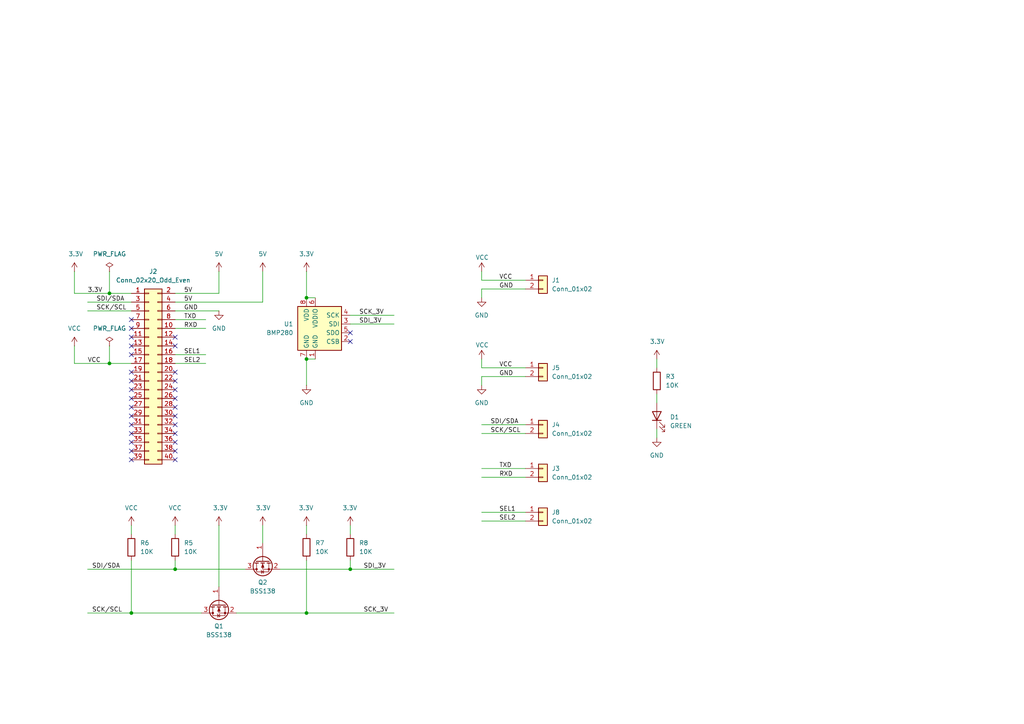
<source format=kicad_sch>
(kicad_sch (version 20231120) (generator "eeschema") (generator_version "8.0")
  (paper "A4")
  (lib_symbols
    (symbol "Connector_Generic:Conn_01x02" (pin_names (offset 1.016) hide)
      (property "Reference" "J" (at 0 2.54 0))
      (property "Value" "Conn_01x02" (at 0 -5.08 0))
      (symbol "Conn_01x02_1_1"
        (rectangle (start -1.27 -2.413) (end 0 -2.667) (stroke (width 0.1524)))
        (rectangle (start -1.27 0.127) (end 0 -0.127) (stroke (width 0.1524)))
        (rectangle (start -1.27 1.27) (end 1.27 -3.81) (stroke (width 0.254)) (fill (type background)))
        (pin passive line (at -5.08 0 0) (length 3.81) (name "Pin_1") (number "1"))
        (pin passive line (at -5.08 -2.54 0) (length 3.81) (name "Pin_2") (number "2"))
      )
    )
    (symbol "Connector_Generic:Conn_02x20_Odd_Even" (pin_names (offset 1.016) hide)
      (property "Reference" "J" (at 1.27 25.4 0))
      (property "Value" "Conn_02x20_Odd_Even" (at 1.27 -27.94 0))
      (symbol "Conn_02x20_Odd_Even_1_1"
        (rectangle (start -1.27 -25.273) (end 0 -25.527) (stroke (width 0.1524)))
        (rectangle (start -1.27 -22.733) (end 0 -22.987) (stroke (width 0.1524)))
        (rectangle (start -1.27 -20.193) (end 0 -20.447) (stroke (width 0.1524)))
        (rectangle (start -1.27 -17.653) (end 0 -17.907) (stroke (width 0.1524)))
        (rectangle (start -1.27 -15.113) (end 0 -15.367) (stroke (width 0.1524)))
        (rectangle (start -1.27 -12.573) (end 0 -12.827) (stroke (width 0.1524)))
        (rectangle (start -1.27 -10.033) (end 0 -10.287) (stroke (width 0.1524)))
        (rectangle (start -1.27 -7.493) (end 0 -7.747) (stroke (width 0.1524)))
        (rectangle (start -1.27 -4.953) (end 0 -5.207) (stroke (width 0.1524)))
        (rectangle (start -1.27 -2.413) (end 0 -2.667) (stroke (width 0.1524)))
        (rectangle (start -1.27 0.127) (end 0 -0.127) (stroke (width 0.1524)))
        (rectangle (start -1.27 2.667) (end 0 2.413) (stroke (width 0.1524)))
        (rectangle (start -1.27 5.207) (end 0 4.953) (stroke (width 0.1524)))
        (rectangle (start -1.27 7.747) (end 0 7.493) (stroke (width 0.1524)))
        (rectangle (start -1.27 10.287) (end 0 10.033) (stroke (width 0.1524)))
        (rectangle (start -1.27 12.827) (end 0 12.573) (stroke (width 0.1524)))
        (rectangle (start -1.27 15.367) (end 0 15.113) (stroke (width 0.1524)))
        (rectangle (start -1.27 17.907) (end 0 17.653) (stroke (width 0.1524)))
        (rectangle (start -1.27 20.447) (end 0 20.193) (stroke (width 0.1524)))
        (rectangle (start -1.27 22.987) (end 0 22.733) (stroke (width 0.1524)))
        (rectangle (start -1.27 24.13) (end 3.81 -26.67) (stroke (width 0.254)) (fill (type background)))
        (rectangle (start 3.81 -25.273) (end 2.54 -25.527) (stroke (width 0.1524)))
        (rectangle (start 3.81 -22.733) (end 2.54 -22.987) (stroke (width 0.1524)))
        (rectangle (start 3.81 -20.193) (end 2.54 -20.447) (stroke (width 0.1524)))
        (rectangle (start 3.81 -17.653) (end 2.54 -17.907) (stroke (width 0.1524)))
        (rectangle (start 3.81 -15.113) (end 2.54 -15.367) (stroke (width 0.1524)))
        (rectangle (start 3.81 -12.573) (end 2.54 -12.827) (stroke (width 0.1524)))
        (rectangle (start 3.81 -10.033) (end 2.54 -10.287) (stroke (width 0.1524)))
        (rectangle (start 3.81 -7.493) (end 2.54 -7.747) (stroke (width 0.1524)))
        (rectangle (start 3.81 -4.953) (end 2.54 -5.207) (stroke (width 0.1524)))
        (rectangle (start 3.81 -2.413) (end 2.54 -2.667) (stroke (width 0.1524)))
        (rectangle (start 3.81 0.127) (end 2.54 -0.127) (stroke (width 0.1524)))
        (rectangle (start 3.81 2.667) (end 2.54 2.413) (stroke (width 0.1524)))
        (rectangle (start 3.81 5.207) (end 2.54 4.953) (stroke (width 0.1524)))
        (rectangle (start 3.81 7.747) (end 2.54 7.493) (stroke (width 0.1524)))
        (rectangle (start 3.81 10.287) (end 2.54 10.033) (stroke (width 0.1524)))
        (rectangle (start 3.81 12.827) (end 2.54 12.573) (stroke (width 0.1524)))
        (rectangle (start 3.81 15.367) (end 2.54 15.113) (stroke (width 0.1524)))
        (rectangle (start 3.81 17.907) (end 2.54 17.653) (stroke (width 0.1524)))
        (rectangle (start 3.81 20.447) (end 2.54 20.193) (stroke (width 0.1524)))
        (rectangle (start 3.81 22.987) (end 2.54 22.733) (stroke (width 0.1524)))
        (pin passive line (at -5.08 22.86 0) (length 3.81) (name "Pin_1") (number "1"))
        (pin passive line (at 7.62 12.7 180) (length 3.81) (name "Pin_10") (number "10"))
        (pin passive line (at -5.08 10.16 0) (length 3.81) (name "Pin_11") (number "11"))
        (pin passive line (at 7.62 10.16 180) (length 3.81) (name "Pin_12") (number "12"))
        (pin passive line (at -5.08 7.62 0) (length 3.81) (name "Pin_13") (number "13"))
        (pin passive line (at 7.62 7.62 180) (length 3.81) (name "Pin_14") (number "14"))
        (pin passive line (at -5.08 5.08 0) (length 3.81) (name "Pin_15") (number "15"))
        (pin passive line (at 7.62 5.08 180) (length 3.81) (name "Pin_16") (number "16"))
        (pin passive line (at -5.08 2.54 0) (length 3.81) (name "Pin_17") (number "17"))
        (pin passive line (at 7.62 2.54 180) (length 3.81) (name "Pin_18") (number "18"))
        (pin passive line (at -5.08 0 0) (length 3.81) (name "Pin_19") (number "19"))
        (pin passive line (at 7.62 22.86 180) (length 3.81) (name "Pin_2") (number "2"))
        (pin passive line (at 7.62 0 180) (length 3.81) (name "Pin_20") (number "20"))
        (pin passive line (at -5.08 -2.54 0) (length 3.81) (name "Pin_21") (number "21"))
        (pin passive line (at 7.62 -2.54 180) (length 3.81) (name "Pin_22") (number "22"))
        (pin passive line (at -5.08 -5.08 0) (length 3.81) (name "Pin_23") (number "23"))
        (pin passive line (at 7.62 -5.08 180) (length 3.81) (name "Pin_24") (number "24"))
        (pin passive line (at -5.08 -7.62 0) (length 3.81) (name "Pin_25") (number "25"))
        (pin passive line (at 7.62 -7.62 180) (length 3.81) (name "Pin_26") (number "26"))
        (pin passive line (at -5.08 -10.16 0) (length 3.81) (name "Pin_27") (number "27"))
        (pin passive line (at 7.62 -10.16 180) (length 3.81) (name "Pin_28") (number "28"))
        (pin passive line (at -5.08 -12.7 0) (length 3.81) (name "Pin_29") (number "29"))
        (pin passive line (at -5.08 20.32 0) (length 3.81) (name "Pin_3") (number "3"))
        (pin passive line (at 7.62 -12.7 180) (length 3.81) (name "Pin_30") (number "30"))
        (pin passive line (at -5.08 -15.24 0) (length 3.81) (name "Pin_31") (number "31"))
        (pin passive line (at 7.62 -15.24 180) (length 3.81) (name "Pin_32") (number "32"))
        (pin passive line (at -5.08 -17.78 0) (length 3.81) (name "Pin_33") (number "33"))
        (pin passive line (at 7.62 -17.78 180) (length 3.81) (name "Pin_34") (number "34"))
        (pin passive line (at -5.08 -20.32 0) (length 3.81) (name "Pin_35") (number "35"))
        (pin passive line (at 7.62 -20.32 180) (length 3.81) (name "Pin_36") (number "36"))
        (pin passive line (at -5.08 -22.86 0) (length 3.81) (name "Pin_37") (number "37"))
        (pin passive line (at 7.62 -22.86 180) (length 3.81) (name "Pin_38") (number "38"))
        (pin passive line (at -5.08 -25.4 0) (length 3.81) (name "Pin_39") (number "39"))
        (pin passive line (at 7.62 20.32 180) (length 3.81) (name "Pin_4") (number "4"))
        (pin passive line (at 7.62 -25.4 180) (length 3.81) (name "Pin_40") (number "40"))
        (pin passive line (at -5.08 17.78 0) (length 3.81) (name "Pin_5") (number "5"))
        (pin passive line (at 7.62 17.78 180) (length 3.81) (name "Pin_6") (number "6"))
        (pin passive line (at -5.08 15.24 0) (length 3.81) (name "Pin_7") (number "7"))
        (pin passive line (at 7.62 15.24 180) (length 3.81) (name "Pin_8") (number "8"))
        (pin passive line (at -5.08 12.7 0) (length 3.81) (name "Pin_9") (number "9"))
      )
    )
    (symbol "Device:LED" (pin_numbers hide) (pin_names (offset 1.016) hide)
      (property "Reference" "D" (at 0 2.54 0))
      (property "Value" "LED" (at 0 -2.54 0))
      (symbol "LED_0_1"
        (polyline (pts (xy -1.27 -1.27) (xy -1.27 1.27)) (stroke (width 0.254)))
        (polyline (pts (xy -1.27 0) (xy 1.27 0)))
        (polyline (pts (xy 1.27 -1.27) (xy 1.27 1.27) (xy -1.27 0) (xy 1.27 -1.27)) (stroke (width 0.254)))
        (polyline (pts (xy -3.048 -0.762) (xy -4.572 -2.286) (xy -3.81 -2.286) (xy -4.572 -2.286) (xy -4.572 -1.524)))
        (polyline (pts (xy -1.778 -0.762) (xy -3.302 -2.286) (xy -2.54 -2.286) (xy -3.302 -2.286) (xy -3.302 -1.524)))
      )
      (symbol "LED_1_1"
        (pin passive line (at -3.81 0 0) (length 2.54) (name "K") (number "1"))
        (pin passive line (at 3.81 0 180) (length 2.54) (name "A") (number "2"))
      )
    )
    (symbol "Device:R" (pin_numbers hide) (pin_names (offset 0))
      (property "Reference" "R" (at 2.032 0 90))
      (property "Value" "R" (at 0 0 90))
      (symbol "R_0_1"
        (rectangle (start -1.016 -2.54) (end 1.016 2.54) (stroke (width 0.254)))
      )
      (symbol "R_1_1"
        (pin passive line (at 0 3.81 270) (length 1.27) (name "~") (number "1"))
        (pin passive line (at 0 -3.81 90) (length 1.27) (name "~") (number "2"))
      )
    )
    (symbol "Sensor_Pressure:BMP280"
      (property "Reference" "U" (at -7.62 10.16 0))
      (property "Value" "BMP280" (at 5.08 10.16 0))
      (symbol "BMP280_0_1"
        (rectangle (start -7.62 -5.08) (end 5.08 7.62) (stroke (width 0.254)) (fill (type background)))
      )
      (symbol "BMP280_1_1"
        (pin power_in line (at 0 -7.62 90) (length 2.54) (name "GND") (number "1"))
        (pin input line (at -10.16 -2.54 0) (length 2.54) (name "CSB") (number "2"))
        (pin bidirectional line (at -10.16 2.54 0) (length 2.54) (name "SDI") (number "3"))
        (pin input line (at -10.16 5.08 0) (length 2.54) (name "SCK") (number "4"))
        (pin bidirectional line (at -10.16 0 0) (length 2.54) (name "SDO") (number "5"))
        (pin power_in line (at 0 10.16 270) (length 2.54) (name "VDDIO") (number "6"))
        (pin power_in line (at 2.54 -7.62 90) (length 2.54) (name "GND") (number "7"))
        (pin power_in line (at 2.54 10.16 270) (length 2.54) (name "VDD") (number "8"))
      )
    )
    (symbol "Transistor_FET:BSS138" (pin_names hide)
      (property "Reference" "Q" (at 5.08 1.905 0))
      (property "Value" "BSS138" (at 5.08 0 0))
      (symbol "BSS138_0_1"
        (polyline (pts (xy 0.254 0) (xy -2.54 0)))
        (polyline (pts (xy 0.254 1.905) (xy 0.254 -1.905)) (stroke (width 0.254)))
        (polyline (pts (xy 0.762 -1.27) (xy 0.762 -2.286)) (stroke (width 0.254)))
        (polyline (pts (xy 0.762 0.508) (xy 0.762 -0.508)) (stroke (width 0.254)))
        (polyline (pts (xy 0.762 2.286) (xy 0.762 1.27)) (stroke (width 0.254)))
        (polyline (pts (xy 2.54 2.54) (xy 2.54 1.778)))
        (polyline (pts (xy 2.54 -2.54) (xy 2.54 0) (xy 0.762 0)))
        (polyline (pts (xy 0.762 -1.778) (xy 3.302 -1.778) (xy 3.302 1.778) (xy 0.762 1.778)))
        (polyline (pts (xy 1.016 0) (xy 2.032 0.381) (xy 2.032 -0.381) (xy 1.016 0)) (fill (type outline)))
        (polyline (pts (xy 2.794 0.508) (xy 2.921 0.381) (xy 3.683 0.381) (xy 3.81 0.254)))
        (polyline (pts (xy 3.302 0.381) (xy 2.921 -0.254) (xy 3.683 -0.254) (xy 3.302 0.381)))
        (circle (center 1.651 0) (radius 2.794) (stroke (width 0.254)))
        (circle (center 2.54 -1.778) (radius 0.254) (fill (type outline)))
        (circle (center 2.54 1.778) (radius 0.254) (fill (type outline)))
      )
      (symbol "BSS138_1_1"
        (pin input line (at -5.08 0 0) (length 2.54) (name "G") (number "1"))
        (pin passive line (at 2.54 -5.08 90) (length 2.54) (name "S") (number "2"))
        (pin passive line (at 2.54 5.08 270) (length 2.54) (name "D") (number "3"))
      )
    )
    (symbol "power:GND" (power) (pin_numbers hide) (pin_names (offset 0) hide)
      (property "Value" "GND" (at 0 -3.81 0))
      (symbol "GND_0_1"
        (polyline (pts (xy 0 0) (xy 0 -1.27) (xy 1.27 -1.27) (xy 0 -2.54) (xy -1.27 -1.27) (xy 0 -1.27)))
      )
      (symbol "GND_1_1"
        (pin power_in line (at 0 0 270) (length 0) (name "~") (number "1"))
      )
    )
    (symbol "power:PWR_FLAG" (power) (pin_numbers hide) (pin_names (offset 0) hide)
      (property "Value" "PWR_FLAG" (at 0 3.81 0))
      (symbol "PWR_FLAG_0_0"
        (pin power_out line (at 0 0 90) (length 0) (name "~") (number "1"))
      )
      (symbol "PWR_FLAG_0_1"
        (polyline (pts (xy 0 0) (xy 0 1.27) (xy -1.016 1.905) (xy 0 2.54) (xy 1.016 1.905) (xy 0 1.27)))
      )
    )
    (symbol "power:VDD" (power) (pin_numbers hide) (pin_names (offset 0) hide)
      (property "Value" "VDD" (at 0 3.556 0))
      (symbol "VDD_0_1"
        (polyline (pts (xy -0.762 1.27) (xy 0 2.54)))
        (polyline (pts (xy 0 0) (xy 0 2.54)))
        (polyline (pts (xy 0 2.54) (xy 0.762 1.27)))
      )
      (symbol "VDD_1_1"
        (pin power_in line (at 0 0 90) (length 0) (name "~") (number "1"))
      )
    )
  )
  (junction (at 88.9 104.14))
  (junction (at 38.1 177.8))
  (junction (at 31.75 105.41))
  (junction (at 31.75 85.09))
  (junction (at 88.9 86.36))
  (junction (at 88.9 177.8))
  (junction (at 50.8 165.1))
  (junction (at 101.6 165.1))
  (no_connect (at 38.1 125.73))
  (no_connect (at 50.8 100.33))
  (no_connect (at 38.1 95.25))
  (no_connect (at 38.1 118.11))
  (no_connect (at 38.1 110.49))
  (no_connect (at 50.8 130.81))
  (no_connect (at 50.8 128.27))
  (no_connect (at 38.1 120.65))
  (no_connect (at 50.8 107.95))
  (no_connect (at 38.1 123.19))
  (no_connect (at 38.1 100.33))
  (no_connect (at 50.8 123.19))
  (no_connect (at 50.8 97.79))
  (no_connect (at 38.1 130.81))
  (no_connect (at 38.1 92.71))
  (no_connect (at 50.8 125.73))
  (no_connect (at 50.8 120.65))
  (no_connect (at 38.1 128.27))
  (no_connect (at 50.8 115.57))
  (no_connect (at 38.1 97.79))
  (no_connect (at 50.8 133.35))
  (no_connect (at 38.1 113.03))
  (no_connect (at 101.6 99.06))
  (no_connect (at 50.8 110.49))
  (no_connect (at 38.1 102.87))
  (no_connect (at 38.1 133.35))
  (no_connect (at 101.6 96.52))
  (no_connect (at 50.8 113.03))
  (no_connect (at 38.1 107.95))
  (no_connect (at 38.1 115.57))
  (no_connect (at 50.8 118.11))
  (wire (pts (xy 50.8 105.41) (xy 59.69 105.41)))
  (wire (pts (xy 21.59 105.41) (xy 31.75 105.41)))
  (wire (pts (xy 31.75 100.33) (xy 31.75 105.41)))
  (wire (pts (xy 139.7 109.22) (xy 152.4 109.22)))
  (wire (pts (xy 38.1 177.8) (xy 38.1 162.56)))
  (wire (pts (xy 88.9 104.14) (xy 88.9 111.76)))
  (wire (pts (xy 139.7 106.68) (xy 152.4 106.68)))
  (wire (pts (xy 139.7 83.82) (xy 139.7 86.36)))
  (wire (pts (xy 139.7 123.19) (xy 152.4 123.19)))
  (wire (pts (xy 139.7 151.13) (xy 152.4 151.13)))
  (wire (pts (xy 58.42 177.8) (xy 38.1 177.8)))
  (wire (pts (xy 101.6 93.98) (xy 114.3 93.98)))
  (wire (pts (xy 101.6 91.44) (xy 114.3 91.44)))
  (wire (pts (xy 21.59 85.09) (xy 31.75 85.09)))
  (wire (pts (xy 50.8 95.25) (xy 59.69 95.25)))
  (wire (pts (xy 63.5 152.4) (xy 63.5 170.18)))
  (wire (pts (xy 50.8 87.63) (xy 76.2 87.63)))
  (wire (pts (xy 88.9 152.4) (xy 88.9 154.94)))
  (wire (pts (xy 101.6 165.1) (xy 101.6 162.56)))
  (wire (pts (xy 25.4 90.17) (xy 38.1 90.17)))
  (wire (pts (xy 88.9 86.36) (xy 91.44 86.36)))
  (wire (pts (xy 139.7 148.59) (xy 152.4 148.59)))
  (wire (pts (xy 50.8 85.09) (xy 63.5 85.09)))
  (wire (pts (xy 25.4 87.63) (xy 38.1 87.63)))
  (wire (pts (xy 76.2 152.4) (xy 76.2 157.48)))
  (wire (pts (xy 88.9 78.74) (xy 88.9 86.36)))
  (wire (pts (xy 50.8 102.87) (xy 59.69 102.87)))
  (wire (pts (xy 25.4 165.1) (xy 50.8 165.1)))
  (wire (pts (xy 31.75 85.09) (xy 38.1 85.09)))
  (wire (pts (xy 101.6 165.1) (xy 114.3 165.1)))
  (wire (pts (xy 101.6 152.4) (xy 101.6 154.94)))
  (wire (pts (xy 139.7 138.43) (xy 152.4 138.43)))
  (wire (pts (xy 50.8 90.17) (xy 63.5 90.17)))
  (wire (pts (xy 63.5 85.09) (xy 63.5 78.74)))
  (wire (pts (xy 139.7 125.73) (xy 152.4 125.73)))
  (wire (pts (xy 31.75 78.74) (xy 31.75 85.09)))
  (wire (pts (xy 21.59 100.33) (xy 21.59 105.41)))
  (wire (pts (xy 139.7 109.22) (xy 139.7 111.76)))
  (wire (pts (xy 68.58 177.8) (xy 88.9 177.8)))
  (wire (pts (xy 139.7 104.14) (xy 139.7 106.68)))
  (wire (pts (xy 25.4 177.8) (xy 38.1 177.8)))
  (wire (pts (xy 50.8 165.1) (xy 50.8 162.56)))
  (wire (pts (xy 76.2 87.63) (xy 76.2 78.74)))
  (wire (pts (xy 139.7 83.82) (xy 152.4 83.82)))
  (wire (pts (xy 190.5 114.3) (xy 190.5 116.84)))
  (wire (pts (xy 71.12 165.1) (xy 50.8 165.1)))
  (wire (pts (xy 190.5 104.14) (xy 190.5 106.68)))
  (wire (pts (xy 50.8 92.71) (xy 59.69 92.71)))
  (wire (pts (xy 31.75 105.41) (xy 38.1 105.41)))
  (wire (pts (xy 81.28 165.1) (xy 101.6 165.1)))
  (wire (pts (xy 190.5 124.46) (xy 190.5 127)))
  (wire (pts (xy 139.7 81.28) (xy 152.4 81.28)))
  (wire (pts (xy 88.9 177.8) (xy 114.3 177.8)))
  (wire (pts (xy 50.8 152.4) (xy 50.8 154.94)))
  (wire (pts (xy 139.7 135.89) (xy 152.4 135.89)))
  (wire (pts (xy 88.9 177.8) (xy 88.9 162.56)))
  (wire (pts (xy 38.1 152.4) (xy 38.1 154.94)))
  (wire (pts (xy 21.59 85.09) (xy 21.59 78.74)))
  (wire (pts (xy 139.7 78.74) (xy 139.7 81.28)))
  (wire (pts (xy 88.9 104.14) (xy 91.44 104.14)))
  (label "5V" (at 53.34 85.09 0))
  (label "SCK{slash}SCL" (at 27.94 90.17 0))
  (label "5V" (at 53.34 87.63 0))
  (label "SEL2" (at 53.34 105.41 0))
  (label "SEL1" (at 144.78 148.59 0))
  (label "SCK{slash}SCL" (at 26.67 177.8 0))
  (label "SCK_3V" (at 105.41 177.8 0))
  (label "SCK_3V" (at 104.14 91.44 0))
  (label "SDI{slash}SDA" (at 142.24 123.19 0))
  (label "RXD" (at 144.78 138.43 0))
  (label "SEL2" (at 144.78 151.13 0))
  (label "SDI_3V" (at 105.41 165.1 0))
  (label "SEL1" (at 53.34 102.87 0))
  (label "GND" (at 53.34 90.17 0))
  (label "3.3V" (at 25.4 85.09 0))
  (label "SCK{slash}SCL" (at 142.24 125.73 0))
  (label "VCC" (at 144.78 106.68 0))
  (label "RXD" (at 53.34 95.25 0))
  (label "VCC" (at 25.4 105.41 0))
  (label "TXD" (at 144.78 135.89 0))
  (label "GND" (at 144.78 83.82 0))
  (label "SDI{slash}SDA" (at 26.67 165.1 0))
  (label "SDI_3V" (at 104.14 93.98 0))
  (label "TXD" (at 53.34 92.71 0))
  (label "VCC" (at 144.78 81.28 0))
  (label "SDI{slash}SDA" (at 27.94 87.63 0))
  (label "GND" (at 144.78 109.22 0))
  (symbol (lib_id "power:VDD") (at 50.8 152.4 0) (unit 1)
    (property "Reference" "#PWR015" (effects (hide yes)))
    (property "Value" "VCC" (at 50.8 147.32 0))
    (property "Description" "Power symbol creates a global label with name \"VDD\"" (effects (hide yes)))
  )
  (symbol (lib_id "power:GND") (at 190.5 127 0) (unit 1)
    (property "Reference" "#PWR09" (effects (hide yes)))
    (property "Value" "GND" (at 190.5 132.08 0))
    (property "Description" "Power symbol creates a global label with name \"GND\" , ground" (effects (hide yes)))
  )
  (symbol (lib_id "power:VDD") (at 190.5 104.14 0) (unit 1)
    (property "Reference" "#PWR08" (effects (hide yes)))
    (property "Value" "3.3V" (at 188.468 99.06 0) (effects (justify left)))
    (property "Description" "Power symbol creates a global label with name \"VDD\"" (effects (hide yes)))
  )
  (symbol (lib_id "power:VDD") (at 21.59 100.33 0) (unit 1)
    (property "Reference" "#PWR06" (effects (hide yes)))
    (property "Value" "VCC" (at 21.59 95.25 0))
    (property "Description" "Power symbol creates a global label with name \"VDD\"" (effects (hide yes)))
  )
  (symbol (lib_id "power:VDD") (at 139.7 104.14 0) (unit 1)
    (property "Reference" "#PWR010" (effects (hide yes)))
    (property "Value" "VCC" (at 137.922 100.076 0) (effects (justify left)))
    (property "Description" "Power symbol creates a global label with name \"VDD\"" (effects (hide yes)))
  )
  (symbol (lib_id "power:VDD") (at 76.2 78.74 0) (unit 1)
    (property "Reference" "#PWR017" (effects (hide yes)))
    (property "Value" "5V" (at 74.93 73.66 0) (effects (justify left)))
    (property "Description" "Power symbol creates a global label with name \"VDD\"" (effects (hide yes)))
  )
  (symbol (lib_id "power:GND") (at 88.9 111.76 0) (unit 1)
    (property "Reference" "#PWR04" (effects (hide yes)))
    (property "Value" "GND" (at 88.9 116.84 0))
    (property "Description" "Power symbol creates a global label with name \"GND\" , ground" (effects (hide yes)))
  )
  (symbol (lib_id "power:PWR_FLAG") (at 31.75 78.74 0) (unit 1)
    (property "Reference" "#FLG02" (effects (hide yes)))
    (property "Value" "PWR_FLAG" (at 31.75 73.66 0))
    (property "Description" "Special symbol for telling ERC where power comes from" (effects (hide yes)))
  )
  (symbol (lib_id "power:VDD") (at 88.9 78.74 0) (unit 1)
    (property "Reference" "#PWR03" (effects (hide yes)))
    (property "Value" "3.3V" (at 88.9 73.66 0))
    (property "Description" "Power symbol creates a global label with name \"VDD\"" (effects (hide yes)))
  )
  (symbol (lib_id "Connector_Generic:Conn_02x20_Odd_Even") (at 43.18 107.95 0) (unit 1)
    (property "Reference" "J2" (at 44.45 78.74 0))
    (property "Value" "Conn_02x20_Odd_Even" (at 44.45 81.28 0))
    (property "Footprint" "Connector_PinSocket_2.54mm:PinSocket_2x20_P2.54mm_Vertical" (effects (hide yes)))
    (property "Description" "Generic connector, double row, 02x20, odd/even pin numbering scheme (row 1 odd numbers, row 2 even numbers), script generated (kicad-library-utils/schlib/autogen/connector/)" (effects (hide yes)))
  )
  (symbol (lib_id "power:GND") (at 139.7 86.36 0) (unit 1)
    (property "Reference" "#PWR034" (effects (hide yes)))
    (property "Value" "GND" (at 139.7 91.44 0))
    (property "Description" "Power symbol creates a global label with name \"GND\" , ground" (effects (hide yes)))
  )
  (symbol (lib_id "power:VDD") (at 139.7 78.74 0) (unit 1)
    (property "Reference" "#PWR033" (effects (hide yes)))
    (property "Value" "VCC" (at 137.922 74.676 0) (effects (justify left)))
    (property "Description" "Power symbol creates a global label with name \"VDD\"" (effects (hide yes)))
  )
  (symbol (lib_id "Connector_Generic:Conn_01x02") (at 157.48 135.89 0) (unit 1)
    (property "Reference" "J3" (at 160.02 135.8899 0) (effects (justify left)))
    (property "Value" "Conn_01x02" (at 160.02 138.4299 0) (effects (justify left)))
    (property "Footprint" "Connector_JST:JST_EH_B2B-EH-A_1x02_P2.50mm_Vertical" (effects (hide yes)))
    (property "Description" "Generic connector, single row, 01x02, script generated (kicad-library-utils/schlib/autogen/connector/)" (effects (hide yes)))
  )
  (symbol (lib_id "power:VDD") (at 38.1 152.4 0) (unit 1)
    (property "Reference" "#PWR016" (effects (hide yes)))
    (property "Value" "VCC" (at 38.1 147.32 0))
    (property "Description" "Power symbol creates a global label with name \"VDD\"" (effects (hide yes)))
  )
  (symbol (lib_id "Connector_Generic:Conn_01x02") (at 157.48 123.19 0) (unit 1)
    (property "Reference" "J4" (at 160.02 123.1899 0) (effects (justify left)))
    (property "Value" "Conn_01x02" (at 160.02 125.7299 0) (effects (justify left)))
    (property "Footprint" "Connector_JST:JST_EH_B2B-EH-A_1x02_P2.50mm_Vertical" (effects (hide yes)))
    (property "Description" "Generic connector, single row, 01x02, script generated (kicad-library-utils/schlib/autogen/connector/)" (effects (hide yes)))
  )
  (symbol (lib_id "power:VDD") (at 88.9 152.4 0) (unit 1)
    (property "Reference" "#PWR013" (effects (hide yes)))
    (property "Value" "3.3V" (at 86.614 147.32 0) (effects (justify left)))
    (property "Description" "Power symbol creates a global label with name \"VDD\"" (effects (hide yes)))
  )
  (symbol (lib_id "power:GND") (at 63.5 90.17 0) (unit 1)
    (property "Reference" "#PWR05" (effects (hide yes)))
    (property "Value" "GND" (at 63.5 95.25 0))
    (property "Description" "Power symbol creates a global label with name \"GND\" , ground" (effects (hide yes)))
  )
  (symbol (lib_id "Device:R") (at 190.5 110.49 0) (unit 1)
    (property "Reference" "R3" (at 193.04 109.2199 0) (effects (justify left)))
    (property "Value" "10K" (at 193.04 111.7599 0) (effects (justify left)))
    (property "Footprint" "Resistor_SMD:R_0201_0603Metric" (effects (hide yes)))
    (property "Description" "Resistor" (effects (hide yes)))
  )
  (symbol (lib_id "Connector_Generic:Conn_01x02") (at 157.48 81.28 0) (unit 1)
    (property "Reference" "J1" (at 160.02 81.2799 0) (effects (justify left)))
    (property "Value" "Conn_01x02" (at 160.02 83.8199 0) (effects (justify left)))
    (property "Footprint" "Connector_JST:JST_EH_B2B-EH-A_1x02_P2.50mm_Vertical" (effects (hide yes)))
    (property "Description" "Generic connector, single row, 01x02, script generated (kicad-library-utils/schlib/autogen/connector/)" (effects (hide yes)))
  )
  (symbol (lib_id "Device:R") (at 38.1 158.75 0) (unit 1)
    (property "Reference" "R6" (at 40.64 157.4799 0) (effects (justify left)))
    (property "Value" "10K" (at 40.64 160.0199 0) (effects (justify left)))
    (property "Footprint" "Resistor_SMD:R_0201_0603Metric" (effects (hide yes)))
    (property "Description" "Resistor" (effects (hide yes)))
  )
  (symbol (lib_id "power:GND") (at 139.7 111.76 0) (unit 1)
    (property "Reference" "#PWR019" (effects (hide yes)))
    (property "Value" "GND" (at 139.7 116.84 0))
    (property "Description" "Power symbol creates a global label with name \"GND\" , ground" (effects (hide yes)))
  )
  (symbol (lib_id "Device:LED") (at 190.5 120.65 90) (unit 1)
    (property "Reference" "D1" (at 194.31 120.9674 90) (effects (justify right)))
    (property "Value" "GREEN" (at 194.31 123.5074 90) (effects (justify right)))
    (property "Footprint" "LED_SMD:LED_0805_2012Metric" (effects (hide yes)))
    (property "Description" "Light emitting diode" (effects (hide yes)))
  )
  (symbol (lib_id "Transistor_FET:BSS138") (at 76.2 162.56 90) (mirror x) (unit 1)
    (property "Reference" "Q2" (at 76.2 168.91 90))
    (property "Value" "BSS138" (at 76.2 171.45 90))
    (property "Footprint" "Package_TO_SOT_SMD:SOT-23" (effects (hide yes)))
    (property "Datasheet" "https://www.onsemi.com/pub/Collateral/BSS138-D.PDF" (effects (hide yes)))
    (property "Description" "50V Vds, 0.22A Id, N-Channel MOSFET, SOT-23" (effects (hide yes)))
  )
  (symbol (lib_id "Device:R") (at 50.8 158.75 0) (unit 1)
    (property "Reference" "R5" (at 53.34 157.4799 0) (effects (justify left)))
    (property "Value" "10K" (at 53.34 160.0199 0) (effects (justify left)))
    (property "Footprint" "Resistor_SMD:R_0201_0603Metric" (effects (hide yes)))
    (property "Description" "Resistor" (effects (hide yes)))
  )
  (symbol (lib_id "power:VDD") (at 76.2 152.4 0) (unit 1)
    (property "Reference" "#PWR012" (effects (hide yes)))
    (property "Value" "3.3V" (at 74.168 147.32 0) (effects (justify left)))
    (property "Description" "Power symbol creates a global label with name \"VDD\"" (effects (hide yes)))
  )
  (symbol (lib_id "Device:R") (at 88.9 158.75 0) (unit 1)
    (property "Reference" "R7" (at 91.44 157.4799 0) (effects (justify left)))
    (property "Value" "10K" (at 91.44 160.0199 0) (effects (justify left)))
    (property "Footprint" "Resistor_SMD:R_0201_0603Metric" (effects (hide yes)))
    (property "Description" "Resistor" (effects (hide yes)))
  )
  (symbol (lib_id "Connector_Generic:Conn_01x02") (at 157.48 106.68 0) (unit 1)
    (property "Reference" "J5" (at 160.02 106.6799 0) (effects (justify left)))
    (property "Value" "Conn_01x02" (at 160.02 109.2199 0) (effects (justify left)))
    (property "Footprint" "Connector_JST:JST_EH_B2B-EH-A_1x02_P2.50mm_Vertical" (effects (hide yes)))
    (property "Description" "Generic connector, single row, 01x02, script generated (kicad-library-utils/schlib/autogen/connector/)" (effects (hide yes)))
  )
  (symbol (lib_id "power:VDD") (at 63.5 78.74 0) (unit 1)
    (property "Reference" "#PWR07" (effects (hide yes)))
    (property "Value" "5V" (at 62.23 73.66 0) (effects (justify left)))
    (property "Description" "Power symbol creates a global label with name \"VDD\"" (effects (hide yes)))
  )
  (symbol (lib_id "power:PWR_FLAG") (at 31.75 100.33 0) (unit 1)
    (property "Reference" "#FLG01" (effects (hide yes)))
    (property "Value" "PWR_FLAG" (at 31.75 95.25 0))
    (property "Description" "Special symbol for telling ERC where power comes from" (effects (hide yes)))
  )
  (symbol (lib_id "power:VDD") (at 63.5 152.4 0) (unit 1)
    (property "Reference" "#PWR011" (effects (hide yes)))
    (property "Value" "3.3V" (at 61.722 147.32 0) (effects (justify left)))
    (property "Description" "Power symbol creates a global label with name \"VDD\"" (effects (hide yes)))
  )
  (symbol (lib_id "power:VDD") (at 21.59 78.74 0) (unit 1)
    (property "Reference" "#PWR018" (effects (hide yes)))
    (property "Value" "3.3V" (at 19.812 73.66 0) (effects (justify left)))
    (property "Description" "Power symbol creates a global label with name \"VDD\"" (effects (hide yes)))
  )
  (symbol (lib_id "power:VDD") (at 101.6 152.4 0) (unit 1)
    (property "Reference" "#PWR014" (effects (hide yes)))
    (property "Value" "3.3V" (at 99.314 147.32 0) (effects (justify left)))
    (property "Description" "Power symbol creates a global label with name \"VDD\"" (effects (hide yes)))
  )
  (symbol (lib_id "Sensor_Pressure:BMP280") (at 91.44 96.52 0) (mirror y) (unit 1)
    (property "Reference" "U1" (at 85.09 93.9799 0) (effects (justify left)))
    (property "Value" "BMP280" (at 85.09 96.5199 0) (effects (justify left)))
    (property "Footprint" "Package_LGA:Bosch_LGA-8_2x2.5mm_P0.65mm_ClockwisePinNumbering" (effects (hide yes)))
    (property "Datasheet" "https://ae-bst.resource.bosch.com/media/_tech/media/datasheets/BST-BMP280-DS001.pdf" (effects (hide yes)))
    (property "Description" "Absolute Barometric Pressure Sensor, LGA-8" (effects (hide yes)))
  )
  (symbol (lib_id "Device:R") (at 101.6 158.75 0) (unit 1)
    (property "Reference" "R8" (at 104.14 157.4799 0) (effects (justify left)))
    (property "Value" "10K" (at 104.14 160.0199 0) (effects (justify left)))
    (property "Footprint" "Resistor_SMD:R_0201_0603Metric" (effects (hide yes)))
    (property "Description" "Resistor" (effects (hide yes)))
  )
  (symbol (lib_id "Connector_Generic:Conn_01x02") (at 157.48 148.59 0) (unit 1)
    (property "Reference" "J8" (at 160.02 148.5899 0) (effects (justify left)))
    (property "Value" "Conn_01x02" (at 160.02 151.1299 0) (effects (justify left)))
    (property "Footprint" "Connector_JST:JST_EH_B2B-EH-A_1x02_P2.50mm_Vertical" (effects (hide yes)))
    (property "Description" "Generic connector, single row, 01x02, script generated (kicad-library-utils/schlib/autogen/connector/)" (effects (hide yes)))
  )
  (symbol (lib_id "Transistor_FET:BSS138") (at 63.5 175.26 90) (mirror x) (unit 1)
    (property "Reference" "Q1" (at 63.5 181.61 90))
    (property "Value" "BSS138" (at 63.5 184.15 90))
    (property "Footprint" "Package_TO_SOT_SMD:SOT-23" (effects (hide yes)))
    (property "Datasheet" "https://www.onsemi.com/pub/Collateral/BSS138-D.PDF" (effects (hide yes)))
    (property "Description" "50V Vds, 0.22A Id, N-Channel MOSFET, SOT-23" (effects (hide yes)))
  )
)
</source>
